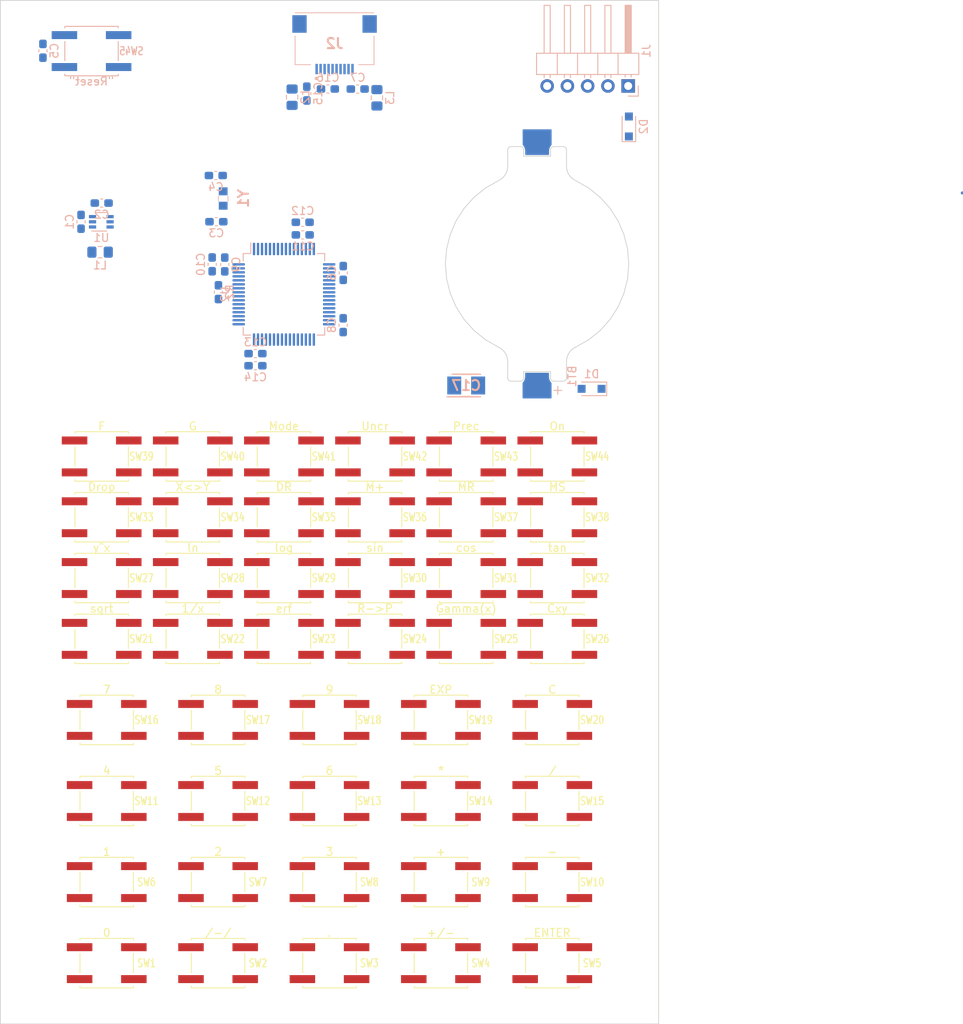
<source format=kicad_pcb>
(kicad_pcb (version 20211014) (generator pcbnew)
  (layers (0 "F.Cu" signal) (31 "B.Cu" signal) (34 "B.Paste" user) (35 "F.Paste" user) (36 "B.SilkS" user "B.Silkscreen") (37 "F.SilkS" user "F.Silkscreen") (38 "B.Mask" user) (39 "F.Mask" user) (44 "Edge.Cuts" user))
  (net 0 "")
  (net 1 "Net-(BT1-Pad1)")
  (net 2 "GND")
  (net 3 "+BATT")
  (net 4 "+5V")
  (net 5 "/NRST")
  (net 6 "/DISP")
  (net 7 "Net-(D2-Pad2)")
  (net 8 "/SCLK")
  (net 9 "/SI")
  (net 10 "/SCS")
  (net 11 "/EXTCOMIN")
  (net 14 "Net-(L1-Pad2)")
  (net 15 "/kv1")
  (net 16 "/kh1")
  (net 17 "/kv2")
  (net 18 "/kv3")
  (net 19 "/kv4")
  (net 20 "/kv5")
  (net 21 "/kh2")
  (net 22 "/kh3")
  (net 23 "/kh4")
  (net 24 "/kh5")
  (net 25 "/kv6")
  (net 26 "/kh6")
  (net 27 "/kh7")
  (net 28 "/kh8")
  (net 29 "/5V_EN")
  (net 31 "/OSC1")
  (net 32 "/OSC2")
  (net 35 "/ADCIN")
  (net 37 "/USART_TX")
  (net 38 "/USART_RX")
  (net 46 "/USB_DM")
  (net 47 "/USB_DP")
  (net 48 "/SWDIO")
  (net 49 "/SWCLK")
  (net 50 "/kv7")
  (net 55 "/kh9")
  (net 56 "/I2C_SCL")
  (net 57 "/I2C_SDA")
  (net 59 "Net-(C3-Pad2)")
  (net 60 "Net-(C4-Pad2)")
  (net 61 "Net-(C7-Pad1)")
  (net 62 "Net-(C7-Pad2)")
  (net 63 "Net-(R2-Pad2)")
  (footprint "foot-lib:SW_SPST_EVQQ2" (layer "F.Cu") (at 189.23 104.14)
    (fp_text reference "SW26" (at 5 0) (layer "F.SilkS") (effects (font (size 1 0.75))))
    (fp_text value "Cxy" (at 0 -3.8) (layer "F.SilkS"))
    (pad "1" smd rect (at -3.4 -2) (size 3.2 1) (layers "F.Cu" "F.Paste" "F.Mask") (net 25 "/kv6"))
    (pad "1" smd rect (at 3.4 -2) (size 3.2 1) (layers "F.Cu" "F.Paste" "F.Mask") (net 25 "/kv6"))
    (pad "2" smd rect (at 3.4 2) (size 3.2 1) (layers "F.Cu" "F.Paste" "F.Mask") (net 24 "/kh5"))
    (pad "2" smd rect (at -3.4 2) (size 3.2 1) (layers "F.Cu" "F.Paste" "F.Mask") (net 24 "/kh5"))
  )
  (footprint "foot-lib:SW_SPST_EVQQ2" (layer "F.Cu") (at 177.8 88.9)
    (fp_text reference "SW37" (at 5 0) (layer "F.SilkS") (effects (font (size 1 0.75))))
    (fp_text value "MR" (at 0 -3.8) (layer "F.SilkS"))
    (pad "1" smd rect (at 3.4 -2) (size 3.2 1) (layers "F.Cu" "F.Paste" "F.Mask") (net 20 "/kv5"))
    (pad "1" smd rect (at -3.4 -2) (size 3.2 1) (layers "F.Cu" "F.Paste" "F.Mask") (net 20 "/kv5"))
    (pad "2" smd rect (at 3.4 2) (size 3.2 1) (layers "F.Cu" "F.Paste" "F.Mask") (net 27 "/kh7"))
    (pad "2" smd rect (at -3.4 2) (size 3.2 1) (layers "F.Cu" "F.Paste" "F.Mask") (net 27 "/kh7"))
  )
  (footprint "foot-lib:SW_SPST_EVQQ2" (layer "F.Cu") (at 146.685 114.3)
    (fp_text reference "SW17" (at 5 0) (layer "F.SilkS") (effects (font (size 1 0.75))))
    (fp_text value "8" (at 0 -3.8) (layer "F.SilkS"))
    (pad "1" smd rect (at -3.4 -2) (size 3.2 1) (layers "F.Cu" "F.Paste" "F.Mask") (net 17 "/kv2"))
    (pad "1" smd rect (at 3.4 -2) (size 3.2 1) (layers "F.Cu" "F.Paste" "F.Mask") (net 17 "/kv2"))
    (pad "2" smd rect (at -3.4 2) (size 3.2 1) (layers "F.Cu" "F.Paste" "F.Mask") (net 23 "/kh4"))
    (pad "2" smd rect (at 3.4 2) (size 3.2 1) (layers "F.Cu" "F.Paste" "F.Mask") (net 23 "/kh4"))
  )
  (footprint "foot-lib:SW_SPST_EVQQ2" (layer "F.Cu") (at 143.51 104.14)
    (fp_text reference "SW22" (at 5 0) (layer "F.SilkS") (effects (font (size 1 0.75))))
    (fp_text value "1/x" (at 0 -3.8) (layer "F.SilkS"))
    (pad "1" smd rect (at -3.4 -2) (size 3.2 1) (layers "F.Cu" "F.Paste" "F.Mask") (net 17 "/kv2"))
    (pad "1" smd rect (at 3.4 -2) (size 3.2 1) (layers "F.Cu" "F.Paste" "F.Mask") (net 17 "/kv2"))
    (pad "2" smd rect (at 3.4 2) (size 3.2 1) (layers "F.Cu" "F.Paste" "F.Mask") (net 24 "/kh5"))
    (pad "2" smd rect (at -3.4 2) (size 3.2 1) (layers "F.Cu" "F.Paste" "F.Mask") (net 24 "/kh5"))
  )
  (footprint "foot-lib:SW_SPST_EVQQ2" (layer "F.Cu") (at 188.595 144.78)
    (fp_text reference "SW5" (at 5 0) (layer "F.SilkS") (effects (font (size 1 0.75))))
    (fp_text value "ENTER" (at 0 -3.8) (layer "F.SilkS"))
    (pad "1" smd rect (at -3.4 -2) (size 3.2 1) (layers "F.Cu" "F.Paste" "F.Mask") (net 20 "/kv5"))
    (pad "1" smd rect (at 3.4 -2) (size 3.2 1) (layers "F.Cu" "F.Paste" "F.Mask") (net 20 "/kv5"))
    (pad "2" smd rect (at -3.4 2) (size 3.2 1) (layers "F.Cu" "F.Paste" "F.Mask") (net 16 "/kh1"))
    (pad "2" smd rect (at 3.4 2) (size 3.2 1) (layers "F.Cu" "F.Paste" "F.Mask") (net 16 "/kh1"))
  )
  (footprint "foot-lib:SW_SPST_EVQQ2" (layer "F.Cu") (at 160.655 124.46)
    (fp_text reference "SW13" (at 5 0) (layer "F.SilkS") (effects (font (size 1 0.75))))
    (fp_text value "6" (at 0 -3.8) (layer "F.SilkS"))
    (pad "1" smd rect (at 3.4 -2) (size 3.2 1) (layers "F.Cu" "F.Paste" "F.Mask") (net 18 "/kv3"))
    (pad "1" smd rect (at -3.4 -2) (size 3.2 1) (layers "F.Cu" "F.Paste" "F.Mask") (net 18 "/kv3"))
    (pad "2" smd rect (at 3.4 2) (size 3.2 1) (layers "F.Cu" "F.Paste" "F.Mask") (net 22 "/kh3"))
    (pad "2" smd rect (at -3.4 2) (size 3.2 1) (layers "F.Cu" "F.Paste" "F.Mask") (net 22 "/kh3"))
  )
  (footprint "foot-lib:SW_SPST_EVQQ2" (layer "F.Cu") (at 132.715 134.62)
    (fp_text reference "SW6" (at 5 0) (layer "F.SilkS") (effects (font (size 1 0.75))))
    (fp_text value "1" (at 0 -3.8) (layer "F.SilkS"))
    (pad "1" smd rect (at -3.4 -2) (size 3.2 1) (layers "F.Cu" "F.Paste" "F.Mask") (net 15 "/kv1"))
    (pad "1" smd rect (at 3.4 -2) (size 3.2 1) (layers "F.Cu" "F.Paste" "F.Mask") (net 15 "/kv1"))
    (pad "2" smd rect (at -3.4 2) (size 3.2 1) (layers "F.Cu" "F.Paste" "F.Mask") (net 21 "/kh2"))
    (pad "2" smd rect (at 3.4 2) (size 3.2 1) (layers "F.Cu" "F.Paste" "F.Mask") (net 21 "/kh2"))
  )
  (footprint "foot-lib:SW_SPST_EVQQ2" (layer "F.Cu") (at 166.37 96.52)
    (fp_text reference "SW30" (at 5 0) (layer "F.SilkS") (effects (font (size 1 0.75))))
    (fp_text value "sin" (at 0 -3.8) (layer "F.SilkS"))
    (pad "1" smd rect (at 3.4 -2) (size 3.2 1) (layers "F.Cu" "F.Paste" "F.Mask") (net 19 "/kv4"))
    (pad "1" smd rect (at -3.4 -2) (size 3.2 1) (layers "F.Cu" "F.Paste" "F.Mask") (net 19 "/kv4"))
    (pad "2" smd rect (at 3.4 2) (size 3.2 1) (layers "F.Cu" "F.Paste" "F.Mask") (net 26 "/kh6"))
    (pad "2" smd rect (at -3.4 2) (size 3.2 1) (layers "F.Cu" "F.Paste" "F.Mask") (net 26 "/kh6"))
  )
  (footprint "foot-lib:SW_SPST_EVQQ2" (layer "F.Cu") (at 174.625 134.62)
    (fp_text reference "SW9" (at 5 0) (layer "F.SilkS") (effects (font (size 1 0.75))))
    (fp_text value "+" (at 0 -3.8) (layer "F.SilkS"))
    (pad "1" smd rect (at -3.4 -2) (size 3.2 1) (layers "F.Cu" "F.Paste" "F.Mask") (net 19 "/kv4"))
    (pad "1" smd rect (at 3.4 -2) (size 3.2 1) (layers "F.Cu" "F.Paste" "F.Mask") (net 19 "/kv4"))
    (pad "2" smd rect (at -3.4 2) (size 3.2 1) (layers "F.Cu" "F.Paste" "F.Mask") (net 21 "/kh2"))
    (pad "2" smd rect (at 3.4 2) (size 3.2 1) (layers "F.Cu" "F.Paste" "F.Mask") (net 21 "/kh2"))
  )
  (footprint "foot-lib:SW_SPST_EVQQ2" (layer "F.Cu") (at 154.94 88.9)
    (fp_text reference "SW35" (at 5 0) (layer "F.SilkS") (effects (font (size 1 0.75))))
    (fp_text value "DR" (at 0 -3.8) (layer "F.SilkS"))
    (pad "1" smd rect (at 3.4 -2) (size 3.2 1) (layers "F.Cu" "F.Paste" "F.Mask") (net 18 "/kv3"))
    (pad "1" smd rect (at -3.4 -2) (size 3.2 1) (layers "F.Cu" "F.Paste" "F.Mask") (net 18 "/kv3"))
    (pad "2" smd rect (at 3.4 2) (size 3.2 1) (layers "F.Cu" "F.Paste" "F.Mask") (net 27 "/kh7"))
    (pad "2" smd rect (at -3.4 2) (size 3.2 1) (layers "F.Cu" "F.Paste" "F.Mask") (net 27 "/kh7"))
  )
  (footprint "foot-lib:SW_SPST_EVQQ2" (layer "F.Cu") (at 177.8 96.52)
    (fp_text reference "SW31" (at 5 0) (layer "F.SilkS") (effects (font (size 1 0.75))))
    (fp_text value "cos" (at 0 -3.8) (layer "F.SilkS"))
    (pad "1" smd rect (at 3.4 -2) (size 3.2 1) (layers "F.Cu" "F.Paste" "F.Mask") (net 20 "/kv5"))
    (pad "1" smd rect (at -3.4 -2) (size 3.2 1) (layers "F.Cu" "F.Paste" "F.Mask") (net 20 "/kv5"))
    (pad "2" smd rect (at 3.4 2) (size 3.2 1) (layers "F.Cu" "F.Paste" "F.Mask") (net 26 "/kh6"))
    (pad "2" smd rect (at -3.4 2) (size 3.2 1) (layers "F.Cu" "F.Paste" "F.Mask") (net 26 "/kh6"))
  )
  (footprint "foot-lib:SW_SPST_EVQQ2" (layer "F.Cu") (at 132.08 88.9)
    (fp_text reference "SW33" (at 5 0) (layer "F.SilkS") (effects (font (size 1 0.75))))
    (fp_text value "Drop" (at 0 -3.8) (layer "F.SilkS"))
    (pad "1" smd rect (at -3.4 -2) (size 3.2 1) (layers "F.Cu" "F.Paste" "F.Mask") (net 15 "/kv1"))
    (pad "1" smd rect (at 3.4 -2) (size 3.2 1) (layers "F.Cu" "F.Paste" "F.Mask") (net 15 "/kv1"))
    (pad "2" smd rect (at -3.4 2) (size 3.2 1) (layers "F.Cu" "F.Paste" "F.Mask") (net 27 "/kh7"))
    (pad "2" smd rect (at 3.4 2) (size 3.2 1) (layers "F.Cu" "F.Paste" "F.Mask") (net 27 "/kh7"))
  )
  (footprint "foot-lib:SW_SPST_EVQQ2" (layer "F.Cu") (at 146.685 124.46)
    (fp_text reference "SW12" (at 5 0) (layer "F.SilkS") (effects (font (size 1 0.75))))
    (fp_text value "5" (at 0 -3.8) (layer "F.SilkS"))
    (pad "1" smd rect (at -3.4 -2) (size 3.2 1) (layers "F.Cu" "F.Paste" "F.Mask") (net 17 "/kv2"))
    (pad "1" smd rect (at 3.4 -2) (size 3.2 1) (layers "F.Cu" "F.Paste" "F.Mask") (net 17 "/kv2"))
    (pad "2" smd rect (at -3.4 2) (size 3.2 1) (layers "F.Cu" "F.Paste" "F.Mask") (net 22 "/kh3"))
    (pad "2" smd rect (at 3.4 2) (size 3.2 1) (layers "F.Cu" "F.Paste" "F.Mask") (net 22 "/kh3"))
  )
  (footprint "foot-lib:SW_SPST_EVQQ2" (layer "F.Cu") (at 177.8 104.14)
    (fp_text reference "SW25" (at 5 0) (layer "F.SilkS") (effects (font (size 1 0.75))))
    (fp_text value "Gamma(x)" (at 0 -3.8) (layer "F.SilkS"))
    (pad "1" smd rect (at -3.4 -2) (size 3.2 1) (layers "F.Cu" "F.Paste" "F.Mask") (net 20 "/kv5"))
    (pad "1" smd rect (at 3.4 -2) (size 3.2 1) (layers "F.Cu" "F.Paste" "F.Mask") (net 20 "/kv5"))
    (pad "2" smd rect (at 3.4 2) (size 3.2 1) (layers "F.Cu" "F.Paste" "F.Mask") (net 24 "/kh5"))
    (pad "2" smd rect (at -3.4 2) (size 3.2 1) (layers "F.Cu" "F.Paste" "F.Mask") (net 24 "/kh5"))
  )
  (footprint "foot-lib:SW_SPST_EVQQ2" (layer "F.Cu") (at 174.625 114.3)
    (fp_text reference "SW19" (at 5 0) (layer "F.SilkS") (effects (font (size 1 0.75))))
    (fp_text value "EXP" (at 0 -3.8) (layer "F.SilkS"))
    (pad "1" smd rect (at 3.4 -2) (size 3.2 1) (layers "F.Cu" "F.Paste" "F.Mask") (net 19 "/kv4"))
    (pad "1" smd rect (at -3.4 -2) (size 3.2 1) (layers "F.Cu" "F.Paste" "F.Mask") (net 19 "/kv4"))
    (pad "2" smd rect (at 3.4 2) (size 3.2 1) (layers "F.Cu" "F.Paste" "F.Mask") (net 23 "/kh4"))
    (pad "2" smd rect (at -3.4 2) (size 3.2 1) (layers "F.Cu" "F.Paste" "F.Mask") (net 23 "/kh4"))
  )
  (footprint "foot-lib:SW_SPST_EVQQ2" (layer "F.Cu") (at 132.715 124.46)
    (fp_text reference "SW11" (at 5 0) (layer "F.SilkS") (effects (font (size 1 0.75))))
    (fp_text value "4" (at 0 -3.8) (layer "F.SilkS"))
    (pad "1" smd rect (at 3.4 -2) (size 3.2 1) (layers "F.Cu" "F.Paste" "F.Mask") (net 15 "/kv1"))
    (pad "1" smd rect (at -3.4 -2) (size 3.2 1) (layers "F.Cu" "F.Paste" "F.Mask") (net 15 "/kv1"))
    (pad "2" smd rect (at -3.4 2) (size 3.2 1) (layers "F.Cu" "F.Paste" "F.Mask") (net 22 "/kh3"))
    (pad "2" smd rect (at 3.4 2) (size 3.2 1) (layers "F.Cu" "F.Paste" "F.Mask") (net 22 "/kh3"))
  )
  (footprint "foot-lib:SW_SPST_EVQQ2" (layer "F.Cu") (at 154.94 81.28)
    (fp_text reference "SW41" (at 5 0) (layer "F.SilkS") (effects (font (size 1 0.75))))
    (fp_text value "Mode" (at 0 -3.8) (layer "F.SilkS"))
    (pad "1" smd rect (at 3.4 -2) (size 3.2 1) (layers "F.Cu" "F.Paste" "F.Mask") (net 18 "/kv3"))
    (pad "1" smd rect (at -3.4 -2) (size 3.2 1) (layers "F.Cu" "F.Paste" "F.Mask") (net 18 "/kv3"))
    (pad "2" smd rect (at 3.4 2) (size 3.2 1) (layers "F.Cu" "F.Paste" "F.Mask") (net 28 "/kh8"))
    (pad "2" smd rect (at -3.4 2) (size 3.2 1) (layers "F.Cu" "F.Paste" "F.Mask") (net 28 "/kh8"))
  )
  (footprint "foot-lib:SW_SPST_EVQQ2" (layer "F.Cu") (at 146.685 134.62)
    (fp_text reference "SW7" (at 5 0) (layer "F.SilkS") (effects (font (size 1 0.75))))
    (fp_text value "2" (at 0 -3.8) (layer "F.SilkS"))
    (pad "1" smd rect (at -3.4 -2) (size 3.2 1) (layers "F.Cu" "F.Paste" "F.Mask") (net 17 "/kv2"))
    (pad "1" smd rect (at 3.4 -2) (size 3.2 1) (layers "F.Cu" "F.Paste" "F.Mask") (net 17 "/kv2"))
    (pad "2" smd rect (at 3.4 2) (size 3.2 1) (layers "F.Cu" "F.Paste" "F.Mask") (net 21 "/kh2"))
    (pad "2" smd rect (at -3.4 2) (size 3.2 1) (layers "F.Cu" "F.Paste" "F.Mask") (net 21 "/kh2"))
  )
  (footprint "foot-lib:SW_SPST_EVQQ2" (layer "F.Cu") (at 154.94 104.14)
    (fp_text reference "SW23" (at 5 0) (layer "F.SilkS") (effects (font (size 1 0.75))))
    (fp_text value "erf" (at 0 -3.8) (layer "F.SilkS"))
    (pad "1" smd rect (at -3.4 -2) (size 3.2 1) (layers "F.Cu" "F.Paste" "F.Mask") (net 18 "/kv3"))
    (pad "1" smd rect (at 3.4 -2) (size 3.2 1) (layers "F.Cu" "F.Paste" "F.Mask") (net 18 "/kv3"))
    (pad "2" smd rect (at 3.4 2) (size 3.2 1) (layers "F.Cu" "F.Paste" "F.Mask") (net 24 "/kh5"))
    (pad "2" smd rect (at -3.4 2) (size 3.2 1) (layers "F.Cu" "F.Paste" "F.Mask") (net 24 "/kh5"))
  )
  (footprint "foot-lib:SW_SPST_EVQQ2" (layer "F.Cu") (at 143.51 96.52)
    (fp_text reference "SW28" (at 5 0) (layer "F.SilkS") (effects (font (size 1 0.75))))
    (fp_text value "ln" (at 0 -3.8) (layer "F.SilkS"))
    (pad "1" smd rect (at 3.4 -2) (size 3.2 1) (layers "F.Cu" "F.Paste" "F.Mask") (net 17 "/kv2"))
    (pad "1" smd rect (at -3.4 -2) (size 3.2 1) (layers "F.Cu" "F.Paste" "F.Mask") (net 17 "/kv2"))
    (pad "2" smd rect (at -3.4 2) (size 3.2 1) (layers "F.Cu" "F.Paste" "F.Mask") (net 26 "/kh6"))
    (pad "2" smd rect (at 3.4 2) (size 3.2 1) (layers "F.Cu" "F.Paste" "F.Mask") (net 26 "/kh6"))
  )
  (footprint "foot-lib:SW_SPST_EVQQ2" (layer "F.Cu") (at 132.08 104.14)
    (fp_text reference "SW21" (at 5 0) (layer "F.SilkS") (effects (font (size 1 0.75))))
    (fp_text value "sqrt" (at 0 -3.8) (layer "F.SilkS"))
    (pad "1" smd rect (at 3.4 -2) (size 3.2 1) (layers "F.Cu" "F.Paste" "F.Mask") (net 15 "/kv1"))
    (pad "1" smd rect (at -3.4 -2) (size 3.2 1) (layers "F.Cu" "F.Paste" "F.Mask") (net 15 "/kv1"))
    (pad "2" smd rect (at 3.4 2) (size 3.2 1) (layers "F.Cu" "F.Paste" "F.Mask") (net 24 "/kh5"))
    (pad "2" smd rect (at -3.4 2) (size 3.2 1) (layers "F.Cu" "F.Paste" "F.Mask") (net 24 "/kh5"))
  )
  (footprint "foot-lib:SW_SPST_EVQQ2" (layer "F.Cu") (at 174.625 144.78)
    (fp_text reference "SW4" (at 5 0) (layer "F.SilkS") (effects (font (size 1 0.75))))
    (fp_text value "+/-" (at 0 -3.8) (layer "F.SilkS"))
    (pad "1" smd rect (at -3.4 -2) (size 3.2 1) (layers "F.Cu" "F.Paste" "F.Mask") (net 19 "/kv4"))
    (pad "1" smd rect (at 3.4 -2) (size 3.2 1) (layers "F.Cu" "F.Paste" "F.Mask") (net 19 "/kv4"))
    (pad "2" smd rect (at 3.4 2) (size 3.2 1) (layers "F.Cu" "F.Paste" "F.Mask") (net 16 "/kh1"))
    (pad "2" smd rect (at -3.4 2) (size 3.2 1) (layers "F.Cu" "F.Paste" "F.Mask") (net 16 "/kh1"))
  )
  (footprint "foot-lib:SW_SPST_EVQQ2" (layer "F.Cu") (at 166.37 81.28)
    (fp_text reference "SW42" (at 5 0) (layer "F.SilkS") (effects (font (size 1 0.75))))
    (fp_text value "Uncr" (at 0 -3.8) (layer "F.SilkS"))
    (pad "1" smd rect (at -3.4 -2) (size 3.2 1) (layers "F.Cu" "F.Paste" "F.Mask") (net 19 "/kv4"))
    (pad "1" smd rect (at 3.4 -2) (size 3.2 1) (layers "F.Cu" "F.Paste" "F.Mask") (net 19 "/kv4"))
    (pad "2" smd rect (at -3.4 2) (size 3.2 1) (layers "F.Cu" "F.Paste" "F.Mask") (net 28 "/kh8"))
    (pad "2" smd rect (at 3.4 2) (size 3.2 1) (layers "F.Cu" "F.Paste" "F.Mask") (net 28 "/kh8"))
  )
  (footprint "foot-lib:SW_SPST_EVQQ2" (layer "F.Cu") (at 143.51 81.28)
    (fp_text reference "SW40" (at 5 0) (layer "F.SilkS") (effects (font (size 1 0.75))))
    (fp_text value "G" (at 0 -3.8) (layer "F.SilkS"))
    (pad "1" smd rect (at -3.4 -2) (size 3.2 1) (layers "F.Cu" "F.Paste" "F.Mask") (net 17 "/kv2"))
    (pad "1" smd rect (at 3.4 -2) (size 3.2 1) (layers "F.Cu" "F.Paste" "F.Mask") (net 17 "/kv2"))
    (pad "2" smd rect (at -3.4 2) (size 3.2 1) (layers "F.Cu" "F.Paste" "F.Mask") (net 28 "/kh8"))
    (pad "2" smd rect (at 3.4 2) (size 3.2 1) (layers "F.Cu" "F.Paste" "F.Mask") (net 28 "/kh8"))
  )
  (footprint "foot-lib:SW_SPST_EVQQ2" (layer "F.Cu") (at 146.685 144.78)
    (fp_text reference "SW2" (at 5 0) (layer "F.SilkS") (effects (font (size 1 0.75))))
    (fp_text value "/-/" (at 0 -3.8) (layer "F.SilkS"))
    (pad "1" smd rect (at 3.4 -2) (size 3.2 1) (layers "F.Cu" "F.Paste" "F.Mask") (net 17 "/kv2"))
    (pad "1" smd rect (at -3.4 -2) (size 3.2 1) (layers "F.Cu" "F.Paste" "F.Mask") (net 17 "/kv2"))
    (pad "2" smd rect (at 3.4 2) (size 3.2 1) (layers "F.Cu" "F.Paste" "F.Mask") (net 16 "/kh1"))
    (pad "2" smd rect (at -3.4 2) (size 3.2 1) (layers "F.Cu" "F.Paste" "F.Mask") (net 16 "/kh1"))
  )
  (footprint "foot-lib:SW_SPST_EVQQ2" (layer "F.Cu") (at 160.655 144.78)
    (fp_text reference "SW3" (at 5 0) (layer "F.SilkS") (effects (font (size 1 0.75))))
    (fp_text value "." (at 0 -3.8) (layer "F.SilkS"))
    (pad "1" smd rect (at 3.4 -2) (size 3.2 1) (layers "F.Cu" "F.Paste" "F.Mask") (net 18 "/kv3"))
    (pad "1" smd rect (at -3.4 -2) (size 3.2 1) (layers "F.Cu" "F.Paste" "F.Mask") (net 18 "/kv3"))
    (pad "2" smd rect (at 3.4 2) (size 3.2 1) (layers "F.Cu" "F.Paste" "F.Mask") (net 16 "/kh1"))
    (pad "2" smd rect (at -3.4 2) (size 3.2 1) (layers "F.Cu" "F.Paste" "F.Mask") (net 16 "/kh1"))
  )
  (footprint "foot-lib:SW_SPST_EVQQ2" (layer "F.Cu") (at 154.94 96.52)
    (fp_text reference "SW29" (at 5 0) (layer "F.SilkS") (effects (font (size 1 0.75))))
    (fp_text value "log" (at 0 -3.8) (layer "F.SilkS"))
    (pad "1" smd rect (at -3.4 -2) (size 3.2 1) (layers "F.Cu" "F.Paste" "F.Mask") (net 18 "/kv3"))
    (pad "1" smd rect (at 3.4 -2) (size 3.2 1) (layers "F.Cu" "F.Paste" "F.Mask") (net 18 "/kv3"))
    (pad "2" smd rect (at 3.4 2) (size 3.2 1) (layers "F.Cu" "F.Paste" "F.Mask") (net 26 "/kh6"))
    (pad "2" smd rect (at -3.4 2) (size 3.2 1) (layers "F.Cu" "F.Paste" "F.Mask") (net 26 "/kh6"))
  )
  (footprint "foot-lib:SW_SPST_EVQQ2" (layer "F.Cu") (at 132.715 144.78)
    (fp_text reference "SW1" (at 5 0) (layer "F.SilkS") (effects (font (size 1 0.75))))
    (fp_text value "0" (at 0 -3.8) (layer "F.SilkS"))
    (pad "1" smd rect (at -3.4 -2) (size 3.2 1) (layers "F.Cu" "F.Paste" "F.Mask") (net 15 "/kv1"))
    (pad "1" smd rect (at 3.4 -2) (size 3.2 1) (layers "F.Cu" "F.Paste" "F.Mask") (net 15 "/kv1"))
    (pad "2" smd rect (at 3.4 2) (size 3.2 1) (layers "F.Cu" "F.Paste" "F.Mask") (net 16 "/kh1"))
    (pad "2" smd rect (at -3.4 2) (size 3.2 1) (layers "F.Cu" "F.Paste" "F.Mask") (net 16 "/kh1"))
  )
  (footprint "foot-lib:SW_SPST_EVQQ2" (layer "F.Cu") (at 166.37 88.9)
    (fp_text reference "SW36" (at 5 0) (layer "F.SilkS") (effects (font (size 1 0.75))))
    (fp_text value "M+" (at 0 -3.8) (layer "F.SilkS"))
    (pad "1" smd rect (at -3.4 -2) (size 3.2 1) (layers "F.Cu" "F.Paste" "F.Mask") (net 19 "/kv4"))
    (pad "1" smd rect (at 3.4 -2) (size 3.2 1) (layers "F.Cu" "F.Paste" "F.Mask") (net 19 "/kv4"))
    (pad "2" smd rect (at 3.4 2) (size 3.2 1) (layers "F.Cu" "F.Paste" "F.Mask") (net 27 "/kh7"))
    (pad "2" smd rect (at -3.4 2) (size 3.2 1) (layers "F.Cu" "F.Paste" "F.Mask") (net 27 "/kh7"))
  )
  (footprint "foot-lib:SW_SPST_EVQQ2" (layer "F.Cu") (at 188.595 114.3)
    (fp_text reference "SW20" (at 5 0) (layer "F.SilkS") (effects (font (size 1 0.75))))
    (fp_text value "C" (at 0 -3.8) (layer "F.SilkS"))
    (pad "1" smd rect (at -3.4 -2) (size 3.2 1) (layers "F.Cu" "F.Paste" "F.Mask") (net 20 "/kv5"))
    (pad "1" smd rect (at 3.4 -2) (size 3.2 1) (layers "F.Cu" "F.Paste" "F.Mask") (net 20 "/kv5"))
    (pad "2" smd rect (at 3.4 2) (size 3.2 1) (layers "F.Cu" "F.Paste" "F.Mask") (net 23 "/kh4"))
    (pad "2" smd rect (at -3.4 2) (size 3.2 1) (layers "F.Cu" "F.Paste" "F.Mask") (net 23 "/kh4"))
  )
  (footprint "foot-lib:SW_SPST_EVQQ2" (layer "F.Cu") (at 132.715 114.3)
    (fp_text reference "SW16" (at 5 0) (layer "F.SilkS") (effects (font (size 1 0.75))))
    (fp_text value "7" (at 0 -3.8) (layer "F.SilkS"))
    (pad "1" smd rect (at -3.4 -2) (size 3.2 1) (layers "F.Cu" "F.Paste" "F.Mask") (net 15 "/kv1"))
    (pad "1" smd rect (at 3.4 -2) (size 3.2 1) (layers "F.Cu" "F.Paste" "F.Mask") (net 15 "/kv1"))
    (pad "2" smd rect (at 3.4 2) (size 3.2 1) (layers "F.Cu" "F.Paste" "F.Mask") (net 23 "/kh4"))
    (pad "2" smd rect (at -3.4 2) (size 3.2 1) (layers "F.Cu" "F.Paste" "F.Mask") (net 23 "/kh4"))
  )
  (footprint "foot-lib:SW_SPST_EVQQ2" (layer "F.Cu") (at 177.8 81.28)
    (fp_text reference "SW43" (at 5 0) (layer "F.SilkS") (effects (font (size 1 0.75))))
    (fp_text value "Prec" (at 0 -3.8) (layer "F.SilkS"))
    (pad "1" smd rect (at 3.4 -2) (size 3.2 1) (layers "F.Cu" "F.Paste" "F.Mask") (net 20 "/kv5"))
    (pad "1" smd rect (at -3.4 -2) (size 3.2 1) (layers "F.Cu" "F.Paste" "F.Mask") (net 20 "/kv5"))
    (pad "2" smd rect (at -3.4 2) (size 3.2 1) (layers "F.Cu" "F.Paste" "F.Mask") (net 28 "/kh8"))
    (pad "2" smd rect (at 3.4 2) (size 3.2 1) (layers "F.Cu" "F.Paste" "F.Mask") (net 28 "/kh8"))
  )
  (footprint "foot-lib:SW_SPST_EVQQ2" (layer "F.Cu") (at 143.51 88.9)
    (fp_text reference "SW34" (at 5 0) (layer "F.SilkS") (effects (font (size 1 0.75))))
    (fp_text value "X<>Y" (at 0 -3.8) (layer "F.SilkS"))
    (pad "1" smd rect (at 3.4 -2) (size 3.2 1) (layers "F.Cu" "F.Paste" "F.Mask") (net 17 "/kv2"))
    (pad "1" smd rect (at -3.4 -2) (size 3.2 1) (layers "F.Cu" "F.Paste" "F.Mask") (net 17 "/kv2"))
    (pad "2" smd rect (at -3.4 2) (size 3.2 1) (layers "F.Cu" "F.Paste" "F.Mask") (net 27 "/kh7"))
    (pad "2" smd rect (at 3.4 2) (size 3.2 1) (layers "F.Cu" "F.Paste" "F.Mask") (net 27 "/kh7"))
  )
  (footprint "foot-lib:SW_SPST_EVQQ2" (layer "F.Cu") (at 189.23 81.28)
    (fp_text reference "SW44" (at 5 0) (layer "F.SilkS") (effects (font (size 1 0.75))))
    (fp_text value "On" (at 0 -3.8) (layer "F.SilkS"))
    (pad "1" smd rect (at 3.4 -2) (size 3.2 1) (layers "F.Cu" "F.Paste" "F.Mask") (net 25 "/kv6"))
    (pad "1" smd rect (at -3.4 -2) (size 3.2 1) (layers "F.Cu" "F.Paste" "F.Mask") (net 25 "/kv6"))
    (pad "2" smd rect (at 3.4 2) (size 3.2 1) (layers "F.Cu" "F.Paste" "F.Mask") (net 28 "/kh8"))
    (pad "2" smd rect (at -3.4 2) (size 3.2 1) (layers "F.Cu" "F.Paste" "F.Mask") (net 28 "/kh8"))
  )
  (footprint "foot-lib:SW_SPST_EVQQ2" (layer "F.Cu") (at 160.655 134.62)
    (fp_text reference "SW8" (at 5 0) (layer "F.SilkS") (effects (font (size 1 0.75))))
    (fp_text value "3" (at 0 -3.8) (layer "F.SilkS"))
    (pad "1" smd rect (at -3.4 -2) (size 3.2 1) (layers "F.Cu" "F.Paste" "F.Mask") (net 18 "/kv3"))
    (pad "1" smd rect (at 3.4 -2) (size 3.2 1) (layers "F.Cu" "F.Paste" "F.Mask") (net 18 "/kv3"))
    (pad "2" smd rect (at -3.4 2) (size 3.2 1) (layers "F.Cu" "F.Paste" "F.Mask") (net 21 "/kh2"))
    (pad "2" smd rect (at 3.4 2) (size 3.2 1) (layers "F.Cu" "F.Paste" "F.Mask") (net 21 "/kh2"))
  )
  (footprint "foot-lib:SW_SPST_EVQQ2" (layer "F.Cu") (at 188.595 124.46)
    (fp_text reference "SW15" (at 5 0) (layer "F.SilkS") (effects (font (size 1 0.75))))
    (fp_text value "/" (at 0 -3.8) (layer "F.SilkS"))
    (pad "1" smd rect (at -3.4 -2) (size 3.2 1) (layers "F.Cu" "F.Paste" "F.Mask") (net 20 "/kv5"))
    (pad "1" smd rect (at 3.4 -2) (size 3.2 1) (layers "F.Cu" "F.Paste" "F.Mask") (net 20 "/kv5"))
    (pad "2" smd rect (at 3.4 2) (size 3.2 1) (layers "F.Cu" "F.Paste" "F.Mask") (net 22 "/kh3"))
    (pad "2" smd rect (at -3.4 2) (size 3.2 1) (layers "F.Cu" "F.Paste" "F.Mask") (net 22 "/kh3"))
  )
  (footprint "foot-lib:SW_SPST_EVQQ2" (layer "F.Cu") (at 189.23 96.52)
    (fp_text reference "SW32" (at 5 0) (layer "F.SilkS") (effects (font (size 1 0.75))))
    (fp_text value "tan" (at 0 -3.8) (layer "F.SilkS"))
    (pad "1" smd rect (at -3.4 -2) (size 3.2 1) (layers "F.Cu" "F.Paste" "F.Mask") (net 25 "/kv6"))
    (pad "1" smd rect (at 3.4 -2) (size 3.2 1) (layers "F.Cu" "F.Paste" "F.Mask") (net 25 "/kv6"))
    (pad "2" smd rect (at 3.4 2) (size 3.2 1) (layers "F.Cu" "F.Paste" "F.Mask") (net 26 "/kh6"))
    (pad "2" smd rect (at -3.4 2) (size 3.2 1) (layers "F.Cu" "F.Paste" "F.Mask") (net 26 "/kh6"))
  )
  (footprint "foot-lib:SW_SPST_EVQQ2" (layer "F.Cu") (at 160.655 114.3)
    (fp_text reference "SW18" (at 5 0) (layer "F.SilkS") (effects (font (size 1 0.75))))
    (fp_text value "9" (at 0 -3.8) (layer "F.SilkS"))
    (pad "1" smd rect (at 3.4 -2) (size 3.2 1) (layers "F.Cu" "F.Paste" "F.Mask") (net 18 "/kv3"))
    (pad "1" smd rect (at -3.4 -2) (size 3.2 1) (layers "F.Cu" "F.Paste" "F.Mask") (net 18 "/kv3"))
    (pad "2" smd rect (at 3.4 2) (size 3.2 1) (layers "F.Cu" "F.Paste" "F.Mask") (net 23 "/kh4"))
    (pad "2" smd rect (at -3.4 2) (size 3.2 1) (layers "F.Cu" "F.Paste" "F.Mask") (net 23 "/kh4"))
  )
  (footprint "foot-lib:SW_SPST_EVQQ2" (layer "F.Cu") (at 132.08 96.52)
    (fp_text reference "SW27" (at 5 0) (layer "F.SilkS") (effects (font (size 1 0.75))))
    (fp_text value "y^x" (at 0 -3.8) (layer "F.SilkS"))
    (pad "1" smd rect (at 3.4 -2) (size 3.2 1) (layers "F.Cu" "F.Paste" "F.Mask") (net 15 "/kv1"))
    (pad "1" smd rect (at -3.4 -2) (size 3.2 1) (layers "F.Cu" "F.Paste" "F.Mask") (net 15 "/kv1"))
    (pad "2" smd rect (at -3.4 2) (size 3.2 1) (layers "F.Cu" "F.Paste" "F.Mask") (net 26 "/kh6"))
    (pad "2" smd rect (at 3.4 2) (size 3.2 1) (layers "F.Cu" "F.Paste" "F.Mask") (net 26 "/kh6"))
  )
  (footprint "foot-lib:SW_SPST_EVQQ2" (layer "F.Cu") (at 166.37 104.14)
    (fp_text reference "SW24" (at 5 0) (layer "F.SilkS") (effects (font (size 1 0.75))))
    (fp_text value "R->P" (at 0 -3.8) (layer "F.SilkS"))
    (pad "1" smd rect (at -3.4 -2) (size 3.2 1) (layers "F.Cu" "F.Paste" "F.Mask") (net 19 "/kv4"))
    (pad "1" smd rect (at 3.4 -2) (size 3.2 1) (layers "F.Cu" "F.Paste" "F.Mask") (net 19 "/kv4"))
    (pad "2" smd rect (at 3.4 2) (size 3.2 1) (layers "F.Cu" "F.Paste" "F.Mask") (net 24 "/kh5"))
    (pad "2" smd rect (at -3.4 2) (size 3.2 1) (layers "F.Cu" "F.Paste" "F.Mask") (net 24 "/kh5"))
  )
  (footprint "foot-lib:SW_SPST_EVQQ2" (layer "F.Cu") (at 188.595 134.62)
    (fp_text reference "SW10" (at 5 0) (layer "F.SilkS") (effects (font (size 1 0.75))))
    (fp_text value "-" (at 0 -3.8) (layer "F.SilkS"))
    (pad "1" smd rect (at -3.4 -2) (size 3.2 1) (layers "F.Cu" "F.Paste" "F.Mask") (net 20 "/kv5"))
    (pad "1" smd rect (at 3.4 -2) (size 3.2 1) (layers "F.Cu" "F.Paste" "F.Mask") (net 20 "/kv5"))
    (pad "2" smd rect (at -3.4 2) (size 3.2 1) (layers "F.Cu" "F.Paste" "F.Mask") (net 21 "/kh2"))
    (pad "2" smd rect (at 3.4 2) (size 3.2 1) (layers "F.Cu" "F.Paste" "F.Mask") (net 21 "/kh2"))
  )
  (footprint "foot-lib:SW_SPST_EVQQ2" (layer "F.Cu") (at 189.23 88.9)
    (fp_text reference "SW38" (at 5 0) (layer "F.SilkS") (effects (font (size 1 0.75))))
    (fp_text value "MS" (at 0 -3.8) (layer "F.SilkS"))
    (pad "1" smd rect (at 3.4 -2) (size 3.2 1) (layers "F.Cu" "F.Paste" "F.Mask") (net 25 "/kv6"))
    (pad "1" smd rect (at -3.4 -2) (size 3.2 1) (layers "F.Cu" "F.Paste" "F.Mask") (net 25 "/kv6"))
    (pad "2" smd rect (at 3.4 2) (size 3.2 1) (layers "F.Cu" "F.Paste" "F.Mask") (net 27 "/kh7"))
    (pad "2" smd rect (at -3.4 2) (size 3.2 1) (layers "F.Cu" "F.Paste" "F.Mask") (net 27 "/kh7"))
  )
  (footprint "foot-lib:SW_SPST_EVQQ2" (layer "F.Cu") (at 174.625 124.46)
    (fp_text reference "SW14" (at 5 0) (layer "F.SilkS") (effects (font (size 1 0.75))))
    (fp_text value "*" (at 0 -3.8) (layer "F.SilkS"))
    (pad "1" smd rect (at 3.4 -2) (size 3.2 1) (layers "F.Cu" "F.Paste" "F.Mask") (net 19 "/kv4"))
    (pad "1" smd rect (at -3.4 -2) (size 3.2 1) (layers "F.Cu" "F.Paste" "F.Mask") (net 19 "/kv4"))
    (pad "2" smd rect (at 3.4 2) (size 3.2 1) (layers "F.Cu" "F.Paste" "F.Mask") (net 22 "/kh3"))
    (pad "2" smd rect (at -3.4 2) (size 3.2 1) (layers "F.Cu" "F.Paste" "F.Mask") (net 22 "/kh3"))
  )
  (footprint "foot-lib:SW_SPST_EVQQ2" (layer "F.Cu") (at 132.08 81.28)
    (fp_text reference "SW39" (at 5 0) (layer "F.SilkS") (effects (font (size 1 0.75))))
    (fp_text value "F" (at 0 -3.8) (layer "F.SilkS"))
    (pad "1" smd rect (at 3.4 -2) (size 3.2 1) (layers "F.Cu" "F.Paste" "F.Mask") (net 15 "/kv1"))
    (pad "1" smd rect (at -3.4 -2) (size 3.2 1) (layers "F.Cu" "F.Paste" "F.Mask") (net 15 "/kv1"))
    (pad "2" smd rect (at -3.4 2) (size 3.2 1) (layers "F.Cu" "F.Paste" "F.Mask") (net 28 "/kh8"))
    (pad "2" smd rect (at 3.4 2) (size 3.2 1) (layers "F.Cu" "F.Paste" "F.Mask") (net 28 "/kh8"))
  )
  (footprint "Package_QFP:LQFP-64_10x10mm_P0.5mm" (layer "B.Cu") (at 154.94 60.96 -90)
    (fp_text reference "U2" (at 0 7.4 90) (layer "B.SilkS") (effects (justify mirror)))
    (fp_text value "STM32L476RETx")
    (pad "1" smd roundrect (at -5.675 3.75 270) (size 1.55 0.3) (layers "B.Cu" "B.Paste" "B.Mask") (net 3 "+BATT"))
    (pad "2" smd roundrect (at -5.675 3.25 270) (size 1.55 0.3) (layers "B.Cu" "B.Paste" "B.Mask"))
    (pad "3" smd roundrect (at -5.675 2.75 270) (size 1.55 0.3) (layers "B.Cu" "B.Paste" "B.Mask") (net 59 "Net-(C3-Pad2)"))
    (pad "4" smd roundrect (at -5.675 2.25 270) (size 1.55 0.3) (layers "B.Cu" "B.Paste" "B.Mask") (net 60 "Net-(C4-Pad2)"))
    (pad "5" smd roundrect (at -5.675 1.75 270) (size 1.55 0.3) (layers "B.Cu" "B.Paste" "B.Mask") (net 31 "/OSC1"))
    (pad "6" smd roundrect (at -5.675 1.25 270) (size 1.55 0.3) (layers "B.Cu" "B.Paste" "B.Mask") (net 32 "/OSC2"))
    (pad "7" smd roundrect (at -5.675 0.75 270) (size 1.55 0.3) (layers "B.Cu" "B.Paste" "B.Mask") (net 5 "/NRST"))
    (pad "8" smd roundrect (at -5.675 0.25 270) (size 1.55 0.3) (layers "B.Cu" "B.Paste" "B.Mask"))
    (pad "9" smd roundrect (at -5.675 -0.25 270) (size 1.55 0.3) (layers "B.Cu" "B.Paste" "B.Mask") (net 11 "/EXTCOMIN"))
    (pad "10" smd roundrect (at -5.675 -0.75 270) (size 1.55 0.3) (layers "B.Cu" "B.Paste" "B.Mask"))
    (pad "11" smd roundrect (at -5.675 -1.25 270) (size 1.55 0.3) (layers "B.Cu" "B.Paste" "B.Mask") (net 9 "/SI"))
    (pad "12" smd roundrect (at -5.675 -1.75 270) (size 1.55 0.3) (layers "B.Cu" "B.Paste" "B.Mask") (net 2 "GND"))
    (pad "13" smd roundrect (at -5.675 -2.25 270) (size 1.55 0.3) (layers "B.Cu" "B.Paste" "B.Mask") (net 3 "+BATT"))
    (pad "14" smd roundrect (at -5.675 -2.75 270) (size 1.55 0.3) (layers "B.Cu" "B.Paste" "B.Mask") (net 35 "/ADCIN"))
    (pad "15" smd roundrect (at -5.675 -3.25 270) (size 1.55 0.3) (layers "B.Cu" "B.Paste" "B.Mask"))
    (pad "16" smd roundrect (at -5.675 -3.75 270) (size 1.55 0.3) (layers "B.Cu" "B.Paste" "B.Mask") (net 37 "/USART_TX"))
    (pad "17" smd roundrect (at -3.75 -5.675 270) (size 0.3 1.55) (layers "B.Cu" "B.Paste" "B.Mask") (net 38 "/USART_RX"))
    (pad "18" smd roundrect (at -3.25 -5.675 270) (size 0.3 1.55) (layers "B.Cu" "B.Paste" "B.Mask") (net 2 "GND"))
    (pad "19" smd roundrect (at -2.75 -5.675 270) (size 0.3 1.55) (layers "B.Cu" "B.Paste" "B.Mask") (net 3 "+BATT"))
    (pad "20" smd roundrect (at -2.25 -5.675 270) (size 0.3 1.55) (layers "B.Cu" "B.Paste" "B.Mask") (net 25 "/kv6"))
    (pad "21" smd roundrect (at -1.75 -5.675 270) (size 0.3 1.55) (layers "B.Cu" "B.Paste" "B.Mask"))
    (pad "22" smd roundrect (at -1.25 -5.675 270) (size 0.3 1.55) (layers "B.Cu" "B.Paste" "B.Mask") (net 20 "/kv5"))
    (pad "23" smd roundrect (at -0.75 -5.675 270) (size 0.3 1.55) (layers "B.Cu" "B.Paste" "B.Mask") (net 15 "/kv1"))
    (pad "24" smd roundrect (at -0.25 -5.675 270) (size 0.3 1.55) (layers "B.Cu" "B.Paste" "B.Mask"))
    (pad "25" smd roundrect (at 0.25 -5.675 270) (size 0.3 1.55) (layers "B.Cu" "B.Paste" "B.Mask"))
    (pad "26" smd roundrect (at 0.75 -5.675 270) (size 0.3 1.55) (layers "B.Cu" "B.Paste" "B.Mask") (net 16 "/kh1"))
    (pad "27" smd roundrect (at 1.25 -5.675 270) (size 0.3 1.55) (layers "B.Cu" "B.Paste" "B.Mask") (net 21 "/kh2"))
    (pad "28" smd roundrect (at 1.75 -5.675 270) (size 0.3 1.55) (layers "B.Cu" "B.Paste" "B.Mask") (net 22 "/kh3"))
    (pad "29" smd roundrect (at 2.25 -5.675 270) (size 0.3 1.55) (layers "B.Cu" "B.Paste" "B.Mask") (net 8 "/SCLK"))
    (pad "30" smd roundrect (at 2.75 -5.675 270) (size 0.3 1.55) (layers "B.Cu" "B.Paste" "B.Mask") (net 23 "/kh4"))
    (pad "31" smd roundrect (at 3.25 -5.675 270) (size 0.3 1.55) (layers "B.Cu" "B.Paste" "B.Mask") (net 2 "GND"))
    (pad "32" smd roundrect (at 3.75 -5.675 270) (size 0.3 1.55) (layers "B.Cu" "B.Paste" "B.Mask") (net 3 "+BATT"))
    (pad "33" smd roundrect (at 5.675 -3.75 270) (size 1.55 0.3) (layers "B.Cu" "B.Paste" "B.Mask") (net 24 "/kh5"))
    (pad "34" smd roundrect (at 5.675 -3.25 270) (size 1.55 0.3) (layers "B.Cu" "B.Paste" "B.Mask") (net 26 "/kh6"))
    (pad "35" smd roundrect (at 5.675 -2.75 270) (size 1.55 0.3) (layers "B.Cu" "B.Paste" "B.Mask") (net 27 "/kh7"))
    (pad "36" smd roundrect (at 5.675 -2.25 270) (size 1.55 0.3) (layers "B.Cu" "B.Paste" "B.Mask") (net 28 "/kh8"))
    (pad "37" smd roundrect (at 5.675 -1.75 270) (size 1.55 0.3) (layers "B.Cu" "B.Paste" "B.Mask"))
    (pad "38" smd roundrect (at 5.675 -1.25 270) (size 1.55 0.3) (layers "B.Cu" "B.Paste" "B.Mask"))
    (pad "39" smd roundrect (at 5.675 -0.75 270) (size 1.55 0.3) (layers "B.Cu" "B.Paste" "B.Mask"))
    (pad "40" smd roundrect (at 5.675 -0.25 270) (size 1.55 0.3) (layers "B.Cu" "B.Paste" "B.Mask"))
    (pad "41" smd roundrect (at 5.675 0.25 270) (size 1.55 0.3) (layers "B.Cu" "B.Paste" "B.Mask") (net 17 "/kv2"))
    (pad "42" smd roundrect (at 5.675 0.75 270) (size 1.55 0.3) (layers "B.Cu" "B.Paste" "B.Mask") (net 18 "/kv3"))
    (pad "43" smd roundrect (at 5.675 1.25 270) (size 1.55 0.3) (layers "B.Cu" "B.Paste" "B.Mask") (net 19 "/kv4"))
    (pad "44" smd roundrect (at 5.675 1.75 270) (size 1.55 0.3) (layers "B.Cu" "B.Paste" "B.Mask") (net 46 "/USB_DM"))
    (pad "45" smd roundrect (at 5.675 2.25 270) (size 1.55 0.3) (layers "B.Cu" "B.Paste" "B.Mask") (net 47 "/USB_DP"))
    (pad "46" smd roundrect (at 5.675 2.75 270) (size 1.55 0.3) (layers "B.Cu" "B.Paste" "B.Mask") (net 48 "/SWDIO"))
    (pad "47" smd roundrect (at 5.675 3.25 270) (size 1.55 0.3) (layers "B.Cu" "B.Paste" "B.Mask") (net 2 "GND"))
    (pad "48" smd roundrect (at 5.675 3.75 270) (size 1.55 0.3) (layers "B.Cu" "B.Paste" "B.Mask") (net 3 "+BATT"))
    (pad "49" smd roundrect (at 3.75 5.675 270) (size 0.3 1.55) (layers "B.Cu" "B.Paste" "B.Mask") (net 49 "/SWCLK"))
    (pad "50" smd roundrect (at 3.25 5.675 270) (size 0.3 1.55) (layers "B.Cu" "B.Paste" "B.Mask") (net 50 "/kv7"))
    (pad "51" smd roundrect (at 2.75 5.675 270) (size 0.3 1.55) (layers "B.Cu" "B.Paste" "B.Mask"))
    (pad "52" smd roundrect (at 2.25 5.675 270) (size 0.3 1.55) (layers "B.Cu" "B.Paste" "B.Mask"))
    (pad "53" smd roundrect (at 1.75 5.675 270) (size 0.3 1.55) (layers "B.Cu" "B.Paste" "B.Mask"))
    (pad "54" smd roundrect (at 1.25 5.675 270) (size 0.3 1.55) (layers "B.Cu" "B.Paste" "B.Mask"))
    (pad "55" smd roundrect (at 0.75 5.675 270) (size 0.3 1.55) (layers "B.Cu" "B.Paste" "B.Mask") (net 29 "/5V_EN"))
    (pad "56" smd roundrect (at 0.25 5.675 270) (size 0.3 1.55) (layers "B.Cu" "B.Paste" "B.Mask") (net 6 "/DISP"))
    (pad "57" smd roundrect (at -0.25 5.675 270) (size 0.3 1.55) (layers "B.Cu" "B.Paste" "B.Mask") (net 55 "/kh9"))
    (pad "58" smd roundrect (at -0.75 5.675 270) (size 0.3 1.55) (layers "B.Cu" "B.Paste" "B.Mask") (net 56 "/I2C_SCL"))
    (pad "59" smd roundrect (at -1.25 5.675 270) (size 0.3 1.55) (layers "B.Cu" "B.Paste" "B.Mask") (net 57 "/I2C_SDA"))
    (pad "60" smd roundrect (at -1.75 5.675 270) (size 0.3 1.55) (layers "B.Cu" "B.Paste" "B.Mask") (net 63 "Net-(R2-Pad2)"))
    (pad "61" smd roundrect (at -2.25 5.675 270) (size 0.3 1.55) (layers "B.Cu" "B.Paste" "B.Mask"))
    (pad "62" smd roundrect (at -2.75 5.675 270) (size 0.3 1.55) (layers "B.Cu" "B.Paste" "B.Mask") (net 10 "/SCS"))
    (pad "63" smd roundrect (at -3.25 5.675 270) (size 0.3 1.55) (layers "B.Cu" "B.Paste" "B.Mask") (net 2 "GND"))
    (pad "64" smd roundrect (at -3.75 5.675 270) (size 0.3 1.55) (layers "B.Cu" "B.Paste" "B.Mask") (net 3 "+BATT"))
  )
  (footprint "Capacitor_SMD:C_0603_1608Metric_Pad1.08x0.95mm_HandSolder" (layer "B.Cu") (at 146.465299 51.864003)
    (fp_text reference "C3" (at 0 1.43 180) (layer "B.SilkS") (effects (justify mirror)))
    (fp_text value "47 pF")
    (pad "1" smd roundrect (at -0.8625 0) (size 1.075 0.95) (layers "B.Cu" "B.Paste" "B.Mask") (net 2 "GND"))
    (pad "2" smd roundrect (at 0.8625 0) (size 1.075 0.95) (layers "B.Cu" "B.Paste" "B.Mask") (net 59 "Net-(C3-Pad2)"))
  )
  (footprint "Capacitor_SMD:C_0603_1608Metric_Pad1.08x0.95mm_HandSolder" (layer "B.Cu") (at 124.715529 30.445919 90)
    (fp_text reference "C5" (at 0 1.43 270) (layer "B.SilkS") (effects (justify mirror)))
    (fp_text value "100 nF")
    (pad "1" smd roundrect (at -0.8625 0 90) (size 1.075 0.95) (layers "B.Cu" "B.Paste" "B.Mask") (net 2 "GND"))
    (pad "2" smd roundrect (at 0.8625 0 90) (size 1.075 0.95) (layers "B.Cu" "B.Paste" "B.Mask") (net 5 "/NRST"))
  )
  (footprint "Diode_SMD:D_SOD-323_HandSoldering" (layer "B.Cu") (at 198.202409 39.92946 90)
    (fp_text reference "D2" (at 0 1.85 270) (layer "B.SilkS") (effects (justify mirror)))
    (fp_text value "NSR0340HT1G")
    (pad "1" smd rect (at -1.25 0 90) (size 1 1) (layers "B.Cu" "B.Paste" "B.Mask") (net 3 "+BATT"))
    (pad "2" smd rect (at 1.25 0 90) (size 1 1) (layers "B.Cu" "B.Paste" "B.Mask") (net 7 "Net-(D2-Pad2)"))
  )
  (footprint "Capacitor_SMD:C_0603_1608Metric_Pad1.08x0.95mm_HandSolder" (layer "B.Cu") (at 162.369799 64.831679 -90)
    (fp_text reference "C8" (at 0 1.43 90) (layer "B.SilkS") (effects (justify mirror)))
    (fp_text value "100 nF")
    (pad "1" smd roundrect (at -0.8625 0 270) (size 1.075 0.95) (layers "B.Cu" "B.Paste" "B.Mask") (net 2 "GND"))
    (pad "2" smd roundrect (at 0.8625 0 270) (size 1.075 0.95) (layers "B.Cu" "B.Paste" "B.Mask") (net 3 "+BATT"))
  )
  (footprint "SamacSys_Parts:9HT1132768KDZBT" (layer "B.Cu") (at 147.32 48.96 90)
    (fp_text reference "Y1" (at 0 2.54 270) (layer "B.SilkS") (effects (font (size 1.27 1.27) (thickness 0.254)) (justify mirror)))
    (fp_text value "32.768 Hz" hide)
    (pad "1" smd rect (at -0.9 0 90) (size 1 1.1) (layers "B.Cu" "B.Paste" "B.Mask") (net 59 "Net-(C3-Pad2)"))
    (pad "2" smd rect (at 0.9 0 90) (size 1 1.1) (layers "B.Cu" "B.Paste" "B.Mask") (net 60 "Net-(C4-Pad2)"))
  )
  (footprint "Capacitor_SMD:C_0603_1608Metric_Pad1.08x0.95mm_HandSolder" (layer "B.Cu") (at 145.941133 57.209395 -90)
    (fp_text reference "C10" (at 0 1.43 90) (layer "B.SilkS") (effects (justify mirror)))
    (fp_text value "4.7 uF")
    (pad "1" smd roundrect (at -0.8625 0 270) (size 1.075 0.95) (layers "B.Cu" "B.Paste" "B.Mask") (net 3 "+BATT"))
    (pad "2" smd roundrect (at 0.8625 0 270) (size 1.075 0.95) (layers "B.Cu" "B.Paste" "B.Mask") (net 2 "GND"))
  )
  (footprint "Inductor_SMD:L_0805_2012Metric_Pad1.15x1.40mm_HandSolder" (layer "B.Cu") (at 166.601371 36.334879 90)
    (fp_text reference "L3" (at 0 1.65 270) (layer "B.SilkS") (effects (justify mirror)))
    (fp_text value "4.7 uH")
    (pad "1" smd roundrect (at -1.025 0 90) (size 1.15 1.4) (layers "B.Cu" "B.Paste" "B.Mask") (roundrect_rratio 0.217391) (net 2 "GND"))
    (pad "2" smd roundrect (at 1.025 0 90) (size 1.15 1.4) (layers "B.Cu" "B.Paste" "B.Mask") (roundrect_rratio 0.217391) (net 61 "Net-(C7-Pad1)"))
  )
  (footprint "Capacitor_SMD:C_0603_1608Metric_Pad1.08x0.95mm_HandSolder" (layer "B.Cu") (at 164.191191 35.238272 180)
    (fp_text reference "C7" (at 0 1.43) (layer "B.SilkS") (effects (justify mirror)))
    (fp_text value "1 uF")
    (pad "1" smd roundrect (at -0.8625 0 180) (size 1.075 0.95) (layers "B.Cu" "B.Paste" "B.Mask") (net 61 "Net-(C7-Pad1)"))
    (pad "2" smd roundrect (at 0.8625 0 180) (size 1.075 0.95) (layers "B.Cu" "B.Paste" "B.Mask") (net 62 "Net-(C7-Pad2)"))
  )
  (footprint "Capacitor_SMD:C_0603_1608Metric_Pad1.08x0.95mm_HandSolder" (layer "B.Cu") (at 146.725598 60.693549 90)
    (fp_text reference "R2" (at 0 1.43 270) (layer "B.SilkS") (effects (justify mirror)))
    (fp_text value "10k")
    (pad "1" smd roundrect (at -0.8625 0 90) (size 1.075 0.95) (layers "B.Cu" "B.Paste" "B.Mask") (net 2 "GND"))
    (pad "2" smd roundrect (at 0.8625 0 90) (size 1.075 0.95) (layers "B.Cu" "B.Paste" "B.Mask") (net 63 "Net-(R2-Pad2)"))
  )
  (footprint "Capacitor_SMD:C_0603_1608Metric_Pad1.08x0.95mm_HandSolder" (layer "B.Cu") (at 157.808657 35.806248 90)
    (fp_text reference "C15" (at 0 1.43 270) (layer "B.SilkS") (effects (justify mirror)))
    (fp_text value "1 uF")
    (pad "1" smd roundrect (at -0.8625 0 90) (size 1.075 0.95) (layers "B.Cu" "B.Paste" "B.Mask") (net 2 "GND"))
    (pad "2" smd roundrect (at 0.8625 0 90) (size 1.075 0.95) (layers "B.Cu" "B.Paste" "B.Mask") (net 4 "+5V"))
  )
  (footprint "foot-lib:BatteryHolder_Keystone_1057" (layer "B.Cu") (at 186.69 57.15 90)
    (fp_text reference "BT1" (at -14.1 4.4 270) (layer "B.SilkS") (effects (justify mirror)))
    (fp_text value "3V")
    (fp_line (start 3.667774 10.899424) (end 5.380831 10.163496) (layer "Edge.Cuts") (width 0.1))
    (fp_line (start -9.510966 6.464636) (end -8.341335 7.916572) (layer "Edge.Cuts") (width 0.1))
    (fp_line (start 12.244622 -3.684999) (end 11.921438 -3.711284) (layer "Edge.Cuts") (width 0.1))
    (fp_line (start 9.510967 6.464636) (end 10.430604 4.842778) (layer "Edge.Cuts") (width 0.1))
    (fp_line (start -13.5 -1.684949) (end -13.5 1.68505) (layer "Edge.Cuts") (width 0.1))
    (fp_line (start 11.035499 -4.091882) (end 10.793955 -4.308204) (layer "Edge.Cuts") (width 0.1))
    (fp_line (start -10.430603 -4.842777) (end -10.59054 -4.560715) (layer "Edge.Cuts") (width 0.1))
    (fp_line (start -14.7 2.08505) (end -14.7 3.285) (layer "Edge.Cuts") (width 0.1))
    (fp_line (start 11.921438 -3.711284) (end 11.606748 -3.789447) (layer "Edge.Cuts") (width 0.1))
    (fp_line (start 3.667774 -10.899423) (end 1.858309 -11.348862) (layer "Edge.Cuts") (width 0.1))
    (fp_line (start 10.793955 -4.308204) (end 10.590541 -4.560715) (layer "Edge.Cuts") (width 0.1))
    (fp_line (start 14.7 -2.082843) (end 14.7 -3.282793) (layer "Edge.Cuts") (width 0.1))
    (fp_line (start -11.035498 -4.091882) (end -11.308824 -3.917434) (layer "Edge.Cuts") (width 0.1))
    (fp_line (start 11.308825 3.917435) (end 11.606748 3.789448) (layer "Edge.Cuts") (width 0.1))
    (fp_line (start -8.341335 7.916572) (end -6.952454 9.160424) (layer "Edge.Cuts") (width 0.1))
    (fp_line (start 5.380831 -10.163495) (end 3.667774 -10.899423) (layer "Edge.Cuts") (width 0.1))
    (fp_line (start -11.308824 -3.917434) (end -11.606747 -3.789447) (layer "Edge.Cuts") (width 0.1))
    (fp_line (start -8.341335 -7.916571) (end -9.510966 -6.464635) (layer "Edge.Cuts") (width 0.1))
    (fp_line (start -12.244621 3.685) (end -11.921437 3.711285) (layer "Edge.Cuts") (width 0.1))
    (fp_line (start -11.606747 -3.789447) (end -11.921437 -3.711284) (layer "Edge.Cuts") (width 0.1))
    (fp_line (start 10.590541 4.560716) (end 10.793955 4.308205) (layer "Edge.Cuts") (width 0.1))
    (fp_line (start 10.793955 4.308205) (end 11.035499 4.091883) (layer "Edge.Cuts") (width 0.1))
    (fp_line (start -11.035498 4.091883) (end -10.793954 4.308205) (layer "Edge.Cuts") (width 0.1))
    (fp_line (start 8.341336 7.916572) (end 9.510967 6.464636) (layer "Edge.Cuts") (width 0.1))
    (fp_line (start -10.430603 4.842778) (end -9.510966 6.464636) (layer "Edge.Cuts") (width 0.1))
    (fp_line (start 5.380831 10.163496) (end 6.952455 9.160424) (layer "Edge.Cuts") (width 0.1))
    (fp_line (start -9.510966 -6.464635) (end -10.430603 -4.842777) (layer "Edge.Cuts") (width 0.1))
    (fp_line (start -14.3 3.685) (end -12.244621 3.685) (layer "Edge.Cuts") (width 0.1))
    (fp_line (start -3.667773 10.899424) (end -1.858308 11.348863) (layer "Edge.Cuts") (width 0.1))
    (fp_line (start -11.921437 -3.711284) (end -12.244621 -3.684999) (layer "Edge.Cuts") (width 0.1))
    (fp_line (start -13.5 1.68505) (end -14.3 1.68505) (layer "Edge.Cuts") (width 0.1))
    (fp_line (start -10.59054 -4.560715) (end -10.793954 -4.308204) (layer "Edge.Cuts") (width 0.1))
    (fp_line (start 11.308825 -3.917434) (end 11.035499 -4.091882) (layer "Edge.Cuts") (width 0.1))
    (fp_line (start -10.59054 4.560716) (end -10.430603 4.842778) (layer "Edge.Cuts") (width 0.1))
    (fp_line (start 11.606748 3.789448) (end 11.921438 3.711285) (layer "Edge.Cuts") (width 0.1))
    (fp_line (start 14.3 -3.682793) (end 12.244622 -3.684999) (layer "Edge.Cuts") (width 0.1))
    (fp_line (start -11.606747 3.789448) (end -11.308824 3.917435) (layer "Edge.Cuts") (width 0.1))
    (fp_line (start 0 11.5) (end 1.858309 11.348863) (layer "Edge.Cuts") (width 0.1))
    (fp_line (start -6.952454 9.160424) (end -5.38083 10.163496) (layer "Edge.Cuts") (width 0.1))
    (fp_line (start -6.952454 -9.160423) (end -8.341335 -7.916571) (layer "Edge.Cuts") (width 0.1))
    (fp_line (start -3.667773 -10.899423) (end -5.38083 -10.163495) (layer "Edge.Cuts") (width 0.1))
    (fp_line (start 8.341336 -7.916571) (end 6.952455 -9.160423) (layer "Edge.Cuts") (width 0.1))
    (fp_line (start -14.3 -1.684949) (end -13.5 -1.684949) (layer "Edge.Cuts") (width 0.1))
    (fp_line (start 12.244622 3.685) (end 14.3 3.685) (layer "Edge.Cuts") (width 0.1))
    (fp_line (start -14.7 -3.284899) (end -14.7 -2.084949) (layer "Edge.Cuts") (width 0.1))
    (fp_line (start 10.590541 -4.560715) (end 10.430604 -4.842777) (layer "Edge.Cuts") (width 0.1))
    (fp_line (start -1.858308 -11.348862) (end -3.667773 -10.899423) (layer "Edge.Cuts") (width 0.1))
    (fp_line (start 13.5 1.68505) (end 13.5 -1.684949) (layer "Edge.Cuts") (width 0.1))
    (fp_line (start 6.952455 -9.160423) (end 5.380831 -10.163495) (layer "Edge.Cuts") (width 0.1))
    (fp_line (start -10.793954 -4.308204) (end -11.035498 -4.091882) (layer "Edge.Cuts") (width 0.1))
    (fp_line (start 9.510967 -6.464635) (end 8.341336 -7.916571) (layer "Edge.Cuts") (width 0.1))
    (fp_line (start 11.606748 -3.789447) (end 11.308825 -3.917434) (layer "Edge.Cuts") (width 0.1))
    (fp_line (start 13.5 -1.684949) (end 14.3 -1.68505) (layer "Edge.Cuts") (width 0.1))
    (fp_line (start 1.858309 -11.348862) (end 0 -11.499999) (layer "Edge.Cuts") (width 0.1))
    (fp_line (start -12.244621 -3.684999) (end -14.3 -3.684899) (layer "Edge.Cuts") (width 0.1))
    (fp_line (start 6.952455 9.160424) (end 8.341336 7.916572) (layer "Edge.Cuts") (width 0.1))
    (fp_line (start 14.3 1.68505) (end 13.5 1.68505) (layer "Edge.Cuts") (width 0.1))
    (fp_line (start -11.921437 3.711285) (end -11.606747 3.789448) (layer "Edge.Cuts") (width 0.1))
    (fp_line (start -1.858308 11.348863) (end 0 11.5) (layer "Edge.Cuts") (width 0.1))
    (fp_line (start 14.7 3.285) (end 14.7 2.08505) (layer "Edge.Cuts") (width 0.1))
    (fp_line (start 11.921438 3.711285) (end 12.244622 3.685) (layer "Edge.Cuts") (width 0.1))
    (fp_line (start 11.035499 4.091883) (end 11.308825 3.917435) (layer "Edge.Cuts") (width 0.1))
    (fp_line (start 0 -11.499999) (end -1.858308 -11.348862) (layer "Edge.Cuts") (width 0.1))
    (fp_line (start -5.38083 10.163496) (end -3.667773 10.899424) (layer "Edge.Cuts") (width 0.1))
    (fp_line (start 10.430604 -4.842777) (end 9.510967 -6.464635) (layer "Edge.Cuts") (width 0.1))
    (fp_line (start 1.858309 11.348863) (end 3.667774 10.899424) (layer "Edge.Cuts") (width 0.1))
    (fp_line (start -11.308824 3.917435) (end -11.035498 4.091883) (layer "Edge.Cuts") (width 0.1))
    (fp_line (start -10.793954 4.308205) (end -10.59054 4.560716) (layer "Edge.Cuts") (width 0.1))
    (fp_line (start 10.430604 4.842778) (end 10.590541 4.560716) (layer "Edge.Cuts") (width 0.1))
    (fp_line (start -5.38083 -10.163495) (end -6.952454 -9.160423) (layer "Edge.Cuts") (width 0.1))
    (fp_arc (start -14.3 3.685) (mid -14.582843 3.567843) (end -14.7 3.285) (layer "Edge.Cuts") (width 0.1))
    (fp_arc (start 14.3 -3.682793) (mid 14.58284 -3.565635) (end 14.7 -3.282793) (layer "Edge.Cuts") (width 0.1))
    (fp_arc (start -14.3 -1.684949) (mid -14.582843 -1.802106) (end -14.7 -2.084949) (layer "Edge.Cuts") (width 0.1))
    (fp_arc (start 14.3 1.68505) (mid 14.582843 1.802207) (end 14.7 2.08505) (layer "Edge.Cuts") (width 0.1))
    (fp_arc (start -14.7 -3.284899) (mid -14.582843 -3.567742) (end -14.3 -3.684899) (layer "Edge.Cuts") (width 0.1))
    (fp_arc (start 14.7 3.285) (mid 14.582843 3.567843) (end 14.3 3.685) (layer "Edge.Cuts") (width 0.1))
    (fp_arc (start 14.7 -2.08505) (mid 14.58286 -1.802175) (end 14.3 -1.68505) (layer "Edge.Cuts") (width 0.1))
    (fp_arc (start -14.7 2.08505) (mid -14.582843 1.802207) (end -14.3 1.68505) (layer "Edge.Cuts") (width 0.1))
    (pad "1" smd custom (at -15.15 0.1 90) (size 1 1) (layers "B.Cu" "B.Paste" "B.Mask") (net 1 "Net-(BT1-Pad1)") (options (clearance outline) (anchor rect)) (primitives (gr_poly (pts (xy 0.2 1.65) (xy 0.271537 1.594563) (xy 0.343074 1.539127) (xy 0.500662 1.450081) (xy 0.58506 1.417404) (xy 0.669458 1.384728) (xy 0.757691 1.364583) (xy 0.845923 1.344438) (xy 1.026357 1.330056) (xy 1.235196 1.330056) (xy 1.444035 1.330057) (xy 1.444034 -1.539942) (xy 1.044035 -1.539967) (xy 0.86174 -1.553331) (xy 0.683343 -1.593137) (xy 0.512659 -1.658535) (xy 0.353336 -1.748125) (xy 0.28106 -1.804058) (xy 0.208783 -1.859992) (xy -1.65 -1.859992) (xy -1.65 1.650007)) (width 0.12) (fill yes))))
    (pad "2" smd custom (at 15.15 -0.1 270) (size 1 1) (layers "B.Cu" "B.Paste" "B.Mask") (net 2 "GND") (options (clearance outline) (anchor rect)) (primitives (gr_poly (pts (xy 0.2 1.65) (xy 0.271537 1.594563) (xy 0.343074 1.539127) (xy 0.500662 1.450081) (xy 0.58506 1.417404) (xy 0.669458 1.384728) (xy 0.757691 1.364583) (xy 0.845923 1.344438) (xy 1.026357 1.330056) (xy 1.235196 1.330056) (xy 1.444035 1.330057) (xy 1.444034 -1.539942) (xy 1.044035 -1.539967) (xy 0.86174 -1.553331) (xy 0.683343 -1.593137) (xy 0.512659 -1.658535) (xy 0.353336 -1.748125) (xy 0.28106 -1.804058) (xy 0.208783 -1.859992) (xy -1.65 -1.859992) (xy -1.65 1.650007)) (width 0.12) (fill yes))))
  )
  (footprint "Capacitor_SMD:C_0603_1608Metric_Pad1.08x0.95mm_HandSolder" (layer "B.Cu") (at 129.496281 51.87615 -90)
    (fp_text reference "C1" (at 0 1.43 90) (layer "B.SilkS") (effects (justify mirror)))
    (fp_text value "10 uF")
    (pad "1" smd roundrect (at -0.8625 0 270) (size 1.075 0.95) (layers "B.Cu" "B.Paste" "B.Mask") (net 2 "GND"))
    (pad "2" smd roundrect (at 0.8625 0 270) (size 1.075 0.95) (layers "B.Cu" "B.Paste" "B.Mask") (net 3 "+BATT"))
  )
  (footprint "Inductor_SMD:L_0805_2012Metric_Pad1.15x1.40mm_HandSolder" (layer "B.Cu") (at 155.963549 36.259835 90)
    (fp_text reference "L2" (at 0 1.65 270) (layer "B.SilkS") (effects (justify mirror)))
    (fp_text value "4.7 uH")
    (pad "1" smd roundrect (at -1.025 0 90) (size 1.15 1.4) (layers "B.Cu" "B.Paste" "B.Mask") (roundrect_rratio 0.217391) (net 4 "+5V"))
    (pad "2" smd roundrect (at 1.025 0 90) (size 1.15 1.4) (layers "B.Cu" "B.Paste" "B.Mask") (roundrect_rratio 0.217391) (net 62 "Net-(C7-Pad2)"))
  )
  (footprint "Capacitor_SMD:C_0603_1608Metric_Pad1.08x0.95mm_HandSolder" (layer "B.Cu") (at 151.365323 68.394146 180)
    (fp_text reference "C13" (at 0 1.43) (layer "B.SilkS") (effects (justify mirror)))
    (fp_text value "100 nF")
    (pad "1" smd roundrect (at -0.8625 0 180) (size 1.075 0.95) (layers "B.Cu" "B.Paste" "B.Mask") (net 2 "GND"))
    (pad "2" smd roundrect (at 0.8625 0 180) (size 1.075 0.95) (layers "B.Cu" "B.Paste" "B.Mask") (net 3 "+BATT"))
  )
  (footprint "Capacitor_SMD:C_0603_1608Metric_Pad1.08x0.95mm_HandSolder" (layer "B.Cu") (at 132.08 49.53)
    (fp_text reference "C2" (at 0 1.43 180) (layer "B.SilkS") (effects (justify mirror)))
    (fp_text value "10 uF")
    (pad "1" smd roundrect (at -0.8625 0) (size 1.075 0.95) (layers "B.Cu" "B.Paste" "B.Mask") (net 2 "GND"))
    (pad "2" smd roundrect (at 0.8625 0) (size 1.075 0.95) (layers "B.Cu" "B.Paste" "B.Mask") (net 4 "+5V"))
  )
  (footprint "Capacitor_SMD:C_0603_1608Metric_Pad1.08x0.95mm_HandSolder" (layer "B.Cu") (at 160.453164 35.231918 180)
    (fp_text reference "C16" (at 0 1.43) (layer "B.SilkS") (effects (justify mirror)))
    (fp_text value "560 pF")
    (pad "1" smd roundrect (at -0.8625 0 180) (size 1.075 0.95) (layers "B.Cu" "B.Paste" "B.Mask") (net 2 "GND"))
    (pad "2" smd roundrect (at 0.8625 0 180) (size 1.075 0.95) (layers "B.Cu" "B.Paste" "B.Mask") (net 6 "/DISP"))
  )
  (footprint "Capacitor_SMD:C_0603_1608Metric_Pad1.08x0.95mm_HandSolder" (layer "B.Cu") (at 157.298454 53.517391)
    (fp_text reference "C11" (at 0 1.43 180) (layer "B.SilkS") (effects (justify mirror)))
    (fp_text value "10nF")
    (pad "1" smd roundrect (at -0.8625 0) (size 1.075 0.95) (layers "B.Cu" "B.Paste" "B.Mask") (net 2 "GND"))
    (pad "2" smd roundrect (at 0.8625 0) (size 1.075 0.95) (layers "B.Cu" "B.Paste" "B.Mask") (net 3 "+BATT"))
  )
  (footprint "Capacitor_SMD:C_0603_1608Metric_Pad1.08x0.95mm_HandSolder" (layer "B.Cu") (at 151.365323 69.913605)
    (fp_text reference "C14" (at 0 1.43 180) (layer "B.SilkS") (effects (justify mirror)))
    (fp_text value "1 uF")
    (pad "1" smd roundrect (at -0.8625 0) (size 1.075 0.95) (layers "B.Cu" "B.Paste" "B.Mask") (net 3 "+BATT"))
    (pad "2" smd roundrect (at 0.8625 0) (size 1.075 0.95) (layers "B.Cu" "B.Paste" "B.Mask") (net 2 "GND"))
  )
  (footprint "Diode_SMD:D_SOD-323_HandSoldering" (layer "B.Cu") (at 193.522917 72.805885 180)
    (fp_text reference "D1" (at 0 1.85) (layer "B.SilkS") (effects (justify mirror)))
    (fp_text value "NSR0340HT1G")
    (pad "1" smd rect (at -1.25 0 180) (size 1 1) (layers "B.Cu" "B.Paste" "B.Mask") (net 3 "+BATT"))
    (pad "2" smd rect (at 1.25 0 180) (size 1 1) (layers "B.Cu" "B.Paste" "B.Mask") (net 1 "Net-(BT1-Pad1)"))
  )
  (footprint "Capacitor_SMD:C_0603_1608Metric_Pad1.08x0.95mm_HandSolder" (layer "B.Cu") (at 157.291038 51.933366 180)
    (fp_text reference "C12" (at 0 1.43) (layer "B.SilkS") (effects (justify mirror)))
    (fp_text value "1 uF")
    (pad "1" smd roundrect (at -0.8625 0 180) (size 1.075 0.95) (layers "B.Cu" "B.Paste" "B.Mask") (net 3 "+BATT"))
    (pad "2" smd roundrect (at 0.8625 0 180) (size 1.075 0.95) (layers "B.Cu" "B.Paste" "B.Mask") (net 2 "GND"))
  )
  (footprint "Capacitor_SMD:C_0603_1608Metric_Pad1.08x0.95mm_HandSolder" (layer "B.Cu") (at 146.394808 46.074941)
    (fp_text reference "C4" (at 0 1.43 180) (layer "B.SilkS") (effects (justify mirror)))
    (fp_text value "47 pF")
    (pad "1" smd roundrect (at -0.8625 0) (size 1.075 0.95) (layers "B.Cu" "B.Paste" "B.Mask") (net 2 "GND"))
    (pad "2" smd roundrect (at 0.8625 0) (size 1.075 0.95) (layers "B.Cu" "B.Paste" "B.Mask") (net 60 "Net-(C4-Pad2)"))
  )
  (footprint "Connector_PinHeader_2.54mm:PinHeader_1x05_P2.54mm_Horizontal" (layer "B.Cu") (at 198.115 34.855 90)
    (fp_text reference "J1" (at 4.385 2.27 90) (layer "B.SilkS") (effects (justify mirror)))
    (fp_text value "ST-LINK")
    (pad "1" thru_hole rect (at 0 0 90) (size 1.7 1.7) (drill 1) (layers *.Cu *.Mask) (net 7 "Net-(D2-Pad2)"))
    (pad "2" thru_hole oval (at 0 -2.54 90) (size 1.7 1.7) (drill 1) (layers *.Cu *.Mask) (net 5 "/NRST"))
    (pad "3" thru_hole oval (at 0 -5.08 90) (size 1.7 1.7) (drill 1) (layers *.Cu *.Mask) (net 49 "/SWCLK"))
    (pad "4" thru_hole oval (at 0 -7.62 90) (size 1.7 1.7) (drill 1) (layers *.Cu *.Mask) (net 48 "/SWDIO"))
    (pad "5" thru_hole oval (at 0 -10.16 90) (size 1.7 1.7) (drill 1) (layers *.Cu *.Mask) (net 2 "GND"))
  )
  (footprint "SamacSys_Parts:CAPPM3528X210N" (layer "B.Cu") (at 177.8 72.39)
    (fp_text reference "C17" (at 0 0 180) (layer "B.SilkS") (effects (font (size 1.27 1.27) (thickness 0.254)) (justify mirror)))
    (fp_text value "220 uF" hide)
    (pad "1" smd rect locked (at -1.5 0) (size 1.75 2.25) (layers "B.Cu" "B.Paste" "B.Mask") (net 3 "+BATT"))
    (pad "2" smd rect locked (at 1.5 0) (size 1.75 2.25) (layers "B.Cu" "B.Paste" "B.Mask") (net 2 "GND"))
  )
  (footprint "Inductor_SMD:L_0805_2012Metric_Pad1.15x1.40mm_HandSolder" (layer "B.Cu") (at 131.881753 55.677935)
    (fp_text reference "L1" (at 0 1.65 180) (layer "B.SilkS") (effects (justify mirror)))
    (fp_text value "4.7 uH")
    (pad "1" smd roundrect (at -1.025 0) (size 1.15 1.4) (layers "B.Cu" "B.Paste" "B.Mask") (roundrect_rratio 0.217391) (net 3 "+BATT"))
    (pad "2" smd roundrect (at 1.025 0) (size 1.15 1.4) (layers "B.Cu" "B.Paste" "B.Mask") (roundrect_rratio 0.217391) (net 14 "Net-(L1-Pad2)"))
  )
  (footprint "Capacitor_SMD:C_0603_1608Metric_Pad1.08x0.95mm_HandSolder" (layer "B.Cu") (at 147.51942 57.223071 90)
    (fp_text reference "C9" (at 0 1.43 270) (layer "B.SilkS") (effects (justify mirror)))
    (fp_text value "100 nF")
    (pad "1" smd roundrect (at -0.8625 0 90) (size 1.075 0.95) (layers "B.Cu" "B.Paste" "B.Mask") (net 2 "GND"))
    (pad "2" smd roundrect (at 0.8625 0 90) (size 1.075 0.95) (layers "B.Cu" "B.Paste" "B.Mask") (net 3 "+BATT"))
  )
  (footprint "SamacSys_Parts:FH2810S05SH11" (layer "B.Cu") (at 161.29 29.21)
    (fp_text reference "J2" (at 0 0.325 180) (layer "B.SilkS") (effects (font (size 1.27 1.27) (thickness 0.254)) (justify mirror)))
    (fp_text value "LCD" hide)
    (pad "1" smd rect locked (at -2.25 3.525) (size 0.3 1.3) (layers "B.Cu" "B.Paste" "B.Mask") (net 8 "/SCLK"))
    (pad "2" smd rect locked (at -1.75 3.525) (size 0.3 1.3) (layers "B.Cu" "B.Paste" "B.Mask") (net 9 "/SI"))
    (pad "3" smd rect locked (at -1.25 3.525) (size 0.3 1.3) (layers "B.Cu" "B.Paste" "B.Mask") (net 10 "/SCS"))
    (pad "4" smd rect locked (at -0.75 3.525) (size 0.3 1.3) (layers "B.Cu" "B.Paste" "B.Mask") (net 11 "/EXTCOMIN"))
    (pad "5" smd rect locked (at -0.25 3.525) (size 0.3 1.3) (layers "B.Cu" "B.Paste" "B.Mask") (net 6 "/DISP"))
    (pad "6" smd rect locked (at 0.25 3.525) (size 0.3 1.3) (layers "B.Cu" "B.Paste" "B.Mask") (net 62 "Net-(C7-Pad2)"))
    (pad "7" smd rect locked (at 0.75 3.525) (size 0.3 1.3) (layers "B.Cu" "B.Paste" "B.Mask") (net 4 "+5V"))
    (pad "8" smd rect locked (at 1.25 3.525) (size 0.3 1.3) (layers "B.Cu" "B.Paste" "B.Mask") (net 4 "+5V"))
    (pad "9" smd rect locked (at 1.75 3.525) (size 0.3 1.3) (layers "B.Cu" "B.Paste" "B.Mask") (net 2 "GND"))
    (pad "10" smd rect locked (at 2.25 3.525) (size 0.3 1.3) (layers "B.Cu" "B.Paste" "B.Mask") (net 61 "Net-(C7-Pad1)"))
    (pad "11" smd rect locked (at -4.4 -2.125) (size 1.8 2.2) (layers "B.Cu" "B.Paste" "B.Mask"))
    (pad "12" smd rect locked (at 4.4 -2.125) (size 1.8 2.2) (layers "B.Cu" "B.Paste" "B.Mask"))
  )
  (footprint "Package_TO_SOT_SMD:Texas_R-PDSO-G6" (layer "B.Cu") (at 132.036281 51.87615)
    (fp_text reference "U1" (at 0 2) (layer "B.SilkS") (effects (justify mirror)))
    (fp_text value "TPS61222DCK")
    (pad "1" smd rect (at -1.1 0.65) (size 0.9 0.4) (layers "B.Cu" "B.Paste" "B.Mask") (net 3 "+BATT"))
    (pad "2" smd rect (at -1.1 0) (size 0.9 0.4) (layers "B.Cu" "B.Paste" "B.Mask") (net 4 "+5V"))
    (pad "3" smd rect (at -1.1 -0.65) (size 0.9 0.4) (layers "B.Cu" "B.Paste" "B.Mask") (net 2 "GND"))
    (pad "4" smd rect (at 1.1 -0.65) (size 0.9 0.4) (layers "B.Cu" "B.Paste" "B.Mask") (net 4 "+5V"))
    (pad "5" smd rect (at 1.1 0) (size 0.9 0.4) (layers "B.Cu" "B.Paste" "B.Mask") (net 14 "Net-(L1-Pad2)"))
    (pad "6" smd rect (at 1.1 0.65) (size 0.9 0.4) (layers "B.Cu" "B.Paste" "B.Mask") (net 29 "/5V_EN"))
  )
  (footprint "foot-lib:SW_SPST_EVQQ2" (layer "B.Cu") (at 130.81 30.48)
    (fp_text reference "SW45" (at 5 0) (layer "B.SilkS") (effects (font (size 1 0.75)) (justify mirror)))
    (fp_text value "\"Reset\"" (at 0 3.8) (layer "B.SilkS") (effects (justify mirror)))
    (pad "1" smd rect (at -3.4 2) (size 3.2 1) (layers "B.Cu" "B.Paste" "B.Mask") (net 2 "GND"))
    (pad "1" smd rect (at 3.4 2) (size 3.2 1) (layers "B.Cu" "B.Paste" "B.Mask") (net 2 "GND"))
    (pad "2" smd rect (at -3.4 -2) (size 3.2 1) (layers "B.Cu" "B.Paste" "B.Mask") (net 5 "/NRST"))
    (pad "2" smd rect (at 3.4 -2) (size 3.2 1) (layers "B.Cu" "B.Paste" "B.Mask") (net 5 "/NRST"))
  )
  (footprint "Capacitor_SMD:C_0603_1608Metric_Pad1.08x0.95mm_HandSolder" (layer "B.Cu") (at 162.377898 58.286056 -90)
    (fp_text reference "C6" (at 0 1.43 90) (layer "B.SilkS") (effects (justify mirror)))
    (fp_text value "100 nF")
    (pad "1" smd roundrect (at -0.8625 0 270) (size 1.075 0.95) (layers "B.Cu" "B.Paste" "B.Mask") (net 2 "GND"))
    (pad "2" smd roundrect (at 0.8625 0 270) (size 1.075 0.95) (layers "B.Cu" "B.Paste" "B.Mask") (net 3 "+BATT"))
  )
  (gr_circle (center 240.03 48.26) (end 240.03 48.26) (layer "B.Cu") (width 0.2) (fill none))
  (gr_poly (pts (xy 201.93 152.4) (xy 119.38 152.4) (xy 119.38 24.13) (xy 201.93 24.13)) (layer "Edge.Cuts") (width 0.1) (fill none))
)
</source>
